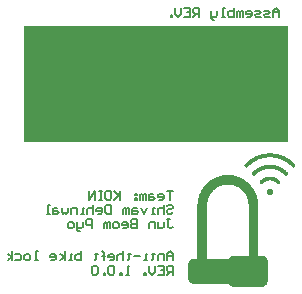
<source format=gbo>
G04*
G04 #@! TF.GenerationSoftware,Altium Limited,Altium Designer,21.1.1 (26)*
G04*
G04 Layer_Color=32896*
%FSLAX25Y25*%
%MOIN*%
G70*
G04*
G04 #@! TF.SameCoordinates,F0776300-378F-46C5-BA81-3E012C389C30*
G04*
G04*
G04 #@! TF.FilePolarity,Positive*
G04*
G01*
G75*
%ADD13C,0.00500*%
%ADD115R,0.88329X0.39000*%
G36*
X281983Y-83159D02*
X282566D01*
Y-83232D01*
X283004D01*
Y-83305D01*
X283368D01*
Y-83377D01*
X283660D01*
Y-83450D01*
X283952D01*
Y-83523D01*
X284170D01*
Y-83596D01*
X284389D01*
Y-83669D01*
X284608D01*
Y-83742D01*
X284826D01*
Y-83815D01*
X285045D01*
Y-83888D01*
X285191D01*
Y-83961D01*
X285410D01*
Y-84034D01*
X285555D01*
Y-84106D01*
X285701D01*
Y-84179D01*
X285847D01*
Y-84252D01*
X285993D01*
Y-84325D01*
X286139D01*
Y-84398D01*
X286284D01*
Y-84471D01*
X286430D01*
Y-84544D01*
X286503D01*
Y-84617D01*
X286649D01*
Y-84690D01*
X286795D01*
Y-84763D01*
X286867D01*
Y-84835D01*
X287013D01*
Y-84908D01*
X287086D01*
Y-84981D01*
X287232D01*
Y-85054D01*
X287305D01*
Y-85127D01*
X287451D01*
Y-85200D01*
X287524D01*
Y-85273D01*
X287597D01*
Y-85346D01*
X287742D01*
Y-85419D01*
X287815D01*
Y-85491D01*
X287888D01*
Y-85564D01*
X287961D01*
Y-85637D01*
X288107D01*
Y-85710D01*
X288180D01*
Y-85783D01*
X288253D01*
Y-85856D01*
X288326D01*
Y-85929D01*
X288398D01*
Y-86002D01*
X288471D01*
Y-86075D01*
X288617D01*
Y-86147D01*
X288690D01*
Y-86220D01*
X288763D01*
Y-86293D01*
X288836D01*
Y-86366D01*
X288909D01*
Y-86439D01*
X288982D01*
Y-86512D01*
X289054D01*
Y-86585D01*
X289127D01*
Y-86658D01*
X289200D01*
Y-86731D01*
Y-86804D01*
X289273D01*
Y-86876D01*
Y-86949D01*
X289346D01*
Y-87022D01*
Y-87095D01*
Y-87168D01*
Y-87241D01*
Y-87314D01*
X289273D01*
Y-87387D01*
Y-87460D01*
Y-87533D01*
X289200D01*
Y-87606D01*
X289127D01*
Y-87678D01*
X289054D01*
Y-87751D01*
X288836D01*
Y-87824D01*
X288544D01*
Y-87751D01*
X288326D01*
Y-87678D01*
X288253D01*
Y-87606D01*
X288180D01*
Y-87533D01*
X288107D01*
Y-87460D01*
X288034D01*
Y-87387D01*
X287961D01*
Y-87314D01*
X287888D01*
Y-87241D01*
X287815D01*
Y-87168D01*
X287742D01*
Y-87095D01*
X287669D01*
Y-87022D01*
X287597D01*
Y-86949D01*
X287524D01*
Y-86876D01*
X287378D01*
Y-86804D01*
X287305D01*
Y-86731D01*
X287232D01*
Y-86658D01*
X287159D01*
Y-86585D01*
X287086D01*
Y-86512D01*
X286940D01*
Y-86439D01*
X286867D01*
Y-86366D01*
X286795D01*
Y-86293D01*
X286649D01*
Y-86220D01*
X286576D01*
Y-86147D01*
X286430D01*
Y-86075D01*
X286357D01*
Y-86002D01*
X286211D01*
Y-85929D01*
X286139D01*
Y-85856D01*
X285993D01*
Y-85783D01*
X285847D01*
Y-85710D01*
X285774D01*
Y-85637D01*
X285628D01*
Y-85564D01*
X285483D01*
Y-85491D01*
X285337D01*
Y-85419D01*
X285191D01*
Y-85346D01*
X285045D01*
Y-85273D01*
X284899D01*
Y-85200D01*
X284681D01*
Y-85127D01*
X284535D01*
Y-85054D01*
X284316D01*
Y-84981D01*
X284170D01*
Y-84908D01*
X283952D01*
Y-84835D01*
X283660D01*
Y-84763D01*
X283441D01*
Y-84690D01*
X283150D01*
Y-84617D01*
X282785D01*
Y-84544D01*
X282348D01*
Y-84471D01*
X281765D01*
Y-84398D01*
X279942D01*
Y-84471D01*
X279359D01*
Y-84544D01*
X278922D01*
Y-84617D01*
X278557D01*
Y-84690D01*
X278266D01*
Y-84763D01*
X278047D01*
Y-84835D01*
X277755D01*
Y-84908D01*
X277537D01*
Y-84981D01*
X277318D01*
Y-85054D01*
X277172D01*
Y-85127D01*
X276953D01*
Y-85200D01*
X276807D01*
Y-85273D01*
X276662D01*
Y-85346D01*
X276516D01*
Y-85419D01*
X276370D01*
Y-85491D01*
X276224D01*
Y-85564D01*
X276079D01*
Y-85637D01*
X275933D01*
Y-85710D01*
X275787D01*
Y-85783D01*
X275714D01*
Y-85856D01*
X275568D01*
Y-85929D01*
X275495D01*
Y-86002D01*
X275350D01*
Y-86075D01*
X275204D01*
Y-86147D01*
X275131D01*
Y-86220D01*
X275058D01*
Y-86293D01*
X274912D01*
Y-86366D01*
X274839D01*
Y-86439D01*
X274766D01*
Y-86512D01*
X274621D01*
Y-86585D01*
X274548D01*
Y-86658D01*
X274475D01*
Y-86731D01*
X274402D01*
Y-86804D01*
X274256D01*
Y-86876D01*
X274183D01*
Y-86949D01*
X274110D01*
Y-87022D01*
X274037D01*
Y-87095D01*
X273965D01*
Y-87168D01*
X273892D01*
Y-87241D01*
X273819D01*
Y-87314D01*
X273746D01*
Y-87387D01*
X273673D01*
Y-87460D01*
X273600D01*
Y-87533D01*
X273527D01*
Y-87606D01*
X273454D01*
Y-87678D01*
X273381D01*
Y-87751D01*
X273163D01*
Y-87824D01*
X272871D01*
Y-87751D01*
X272652D01*
Y-87678D01*
X272579D01*
Y-87606D01*
X272506D01*
Y-87533D01*
X272434D01*
Y-87460D01*
Y-87387D01*
Y-87314D01*
X272361D01*
Y-87241D01*
Y-87168D01*
Y-87095D01*
Y-87022D01*
Y-86949D01*
X272434D01*
Y-86876D01*
Y-86804D01*
X272506D01*
Y-86731D01*
Y-86658D01*
X272579D01*
Y-86585D01*
X272652D01*
Y-86512D01*
X272725D01*
Y-86439D01*
X272798D01*
Y-86366D01*
X272871D01*
Y-86293D01*
X272944D01*
Y-86220D01*
X273017D01*
Y-86147D01*
X273090D01*
Y-86075D01*
X273236D01*
Y-86002D01*
X273308D01*
Y-85929D01*
X273381D01*
Y-85856D01*
X273454D01*
Y-85783D01*
X273527D01*
Y-85710D01*
X273600D01*
Y-85637D01*
X273746D01*
Y-85564D01*
X273819D01*
Y-85491D01*
X273892D01*
Y-85419D01*
X273965D01*
Y-85346D01*
X274110D01*
Y-85273D01*
X274183D01*
Y-85200D01*
X274256D01*
Y-85127D01*
X274402D01*
Y-85054D01*
X274475D01*
Y-84981D01*
X274621D01*
Y-84908D01*
X274693D01*
Y-84835D01*
X274839D01*
Y-84763D01*
X274912D01*
Y-84690D01*
X275058D01*
Y-84617D01*
X275204D01*
Y-84544D01*
X275277D01*
Y-84471D01*
X275423D01*
Y-84398D01*
X275568D01*
Y-84325D01*
X275714D01*
Y-84252D01*
X275860D01*
Y-84179D01*
X276006D01*
Y-84106D01*
X276151D01*
Y-84034D01*
X276297D01*
Y-83961D01*
X276516D01*
Y-83888D01*
X276662D01*
Y-83815D01*
X276880D01*
Y-83742D01*
X277099D01*
Y-83669D01*
X277318D01*
Y-83596D01*
X277537D01*
Y-83523D01*
X277755D01*
Y-83450D01*
X278047D01*
Y-83377D01*
X278338D01*
Y-83305D01*
X278703D01*
Y-83232D01*
X279140D01*
Y-83159D01*
X279724D01*
Y-83086D01*
X281983D01*
Y-83159D01*
D02*
G37*
G36*
X281910Y-87022D02*
X282348D01*
Y-87095D01*
X282712D01*
Y-87168D01*
X283004D01*
Y-87241D01*
X283223D01*
Y-87314D01*
X283441D01*
Y-87387D01*
X283660D01*
Y-87460D01*
X283806D01*
Y-87533D01*
X284025D01*
Y-87606D01*
X284170D01*
Y-87678D01*
X284316D01*
Y-87751D01*
X284462D01*
Y-87824D01*
X284608D01*
Y-87897D01*
X284753D01*
Y-87970D01*
X284899D01*
Y-88043D01*
X285045D01*
Y-88116D01*
X285118D01*
Y-88189D01*
X285264D01*
Y-88262D01*
X285337D01*
Y-88335D01*
X285483D01*
Y-88407D01*
X285555D01*
Y-88480D01*
X285628D01*
Y-88553D01*
X285774D01*
Y-88626D01*
X285847D01*
Y-88699D01*
X285920D01*
Y-88772D01*
X286066D01*
Y-88845D01*
X286139D01*
Y-88918D01*
X286211D01*
Y-88991D01*
X286284D01*
Y-89064D01*
X286357D01*
Y-89136D01*
X286430D01*
Y-89209D01*
X286503D01*
Y-89282D01*
X286576D01*
Y-89355D01*
X286722D01*
Y-89428D01*
X286795D01*
Y-89501D01*
Y-89574D01*
X286867D01*
Y-89647D01*
Y-89720D01*
X286940D01*
Y-89793D01*
Y-89865D01*
Y-89938D01*
Y-90011D01*
Y-90084D01*
X286867D01*
Y-90157D01*
Y-90230D01*
X286795D01*
Y-90303D01*
X286722D01*
Y-90376D01*
X286649D01*
Y-90449D01*
X286576D01*
Y-90522D01*
X286357D01*
Y-90594D01*
X286139D01*
Y-90522D01*
X285993D01*
Y-90449D01*
X285847D01*
Y-90376D01*
X285774D01*
Y-90303D01*
X285701D01*
Y-90230D01*
X285628D01*
Y-90157D01*
X285555D01*
Y-90084D01*
X285483D01*
Y-90011D01*
X285337D01*
Y-89938D01*
X285264D01*
Y-89865D01*
X285191D01*
Y-89793D01*
X285118D01*
Y-89720D01*
X285045D01*
Y-89647D01*
X284899D01*
Y-89574D01*
X284826D01*
Y-89501D01*
X284681D01*
Y-89428D01*
X284608D01*
Y-89355D01*
X284462D01*
Y-89282D01*
X284389D01*
Y-89209D01*
X284243D01*
Y-89136D01*
X284097D01*
Y-89064D01*
X283952D01*
Y-88991D01*
X283879D01*
Y-88918D01*
X283660D01*
Y-88845D01*
X283514D01*
Y-88772D01*
X283368D01*
Y-88699D01*
X283150D01*
Y-88626D01*
X282931D01*
Y-88553D01*
X282712D01*
Y-88480D01*
X282494D01*
Y-88407D01*
X282129D01*
Y-88335D01*
X281692D01*
Y-88262D01*
X280015D01*
Y-88335D01*
X279578D01*
Y-88407D01*
X279213D01*
Y-88480D01*
X278994D01*
Y-88553D01*
X278776D01*
Y-88626D01*
X278557D01*
Y-88699D01*
X278338D01*
Y-88772D01*
X278193D01*
Y-88845D01*
X278047D01*
Y-88918D01*
X277828D01*
Y-88991D01*
X277755D01*
Y-89064D01*
X277609D01*
Y-89136D01*
X277464D01*
Y-89209D01*
X277318D01*
Y-89282D01*
X277245D01*
Y-89355D01*
X277099D01*
Y-89428D01*
X277026D01*
Y-89501D01*
X276880D01*
Y-89574D01*
X276807D01*
Y-89647D01*
X276662D01*
Y-89720D01*
X276589D01*
Y-89793D01*
X276516D01*
Y-89865D01*
X276443D01*
Y-89938D01*
X276370D01*
Y-90011D01*
X276224D01*
Y-90084D01*
X276151D01*
Y-90157D01*
X276079D01*
Y-90230D01*
X276006D01*
Y-90303D01*
X275933D01*
Y-90376D01*
X275860D01*
Y-90449D01*
X275714D01*
Y-90522D01*
X275495D01*
Y-90594D01*
X275350D01*
Y-90522D01*
X275131D01*
Y-90449D01*
X275058D01*
Y-90376D01*
X274985D01*
Y-90303D01*
X274912D01*
Y-90230D01*
X274839D01*
Y-90157D01*
Y-90084D01*
X274766D01*
Y-90011D01*
Y-89938D01*
Y-89865D01*
Y-89793D01*
Y-89720D01*
X274839D01*
Y-89647D01*
Y-89574D01*
X274912D01*
Y-89501D01*
Y-89428D01*
X274985D01*
Y-89355D01*
X275131D01*
Y-89282D01*
X275204D01*
Y-89209D01*
X275277D01*
Y-89136D01*
X275350D01*
Y-89064D01*
X275423D01*
Y-88991D01*
X275495D01*
Y-88918D01*
X275568D01*
Y-88845D01*
X275641D01*
Y-88772D01*
X275714D01*
Y-88699D01*
X275860D01*
Y-88626D01*
X275933D01*
Y-88553D01*
X276079D01*
Y-88480D01*
X276151D01*
Y-88407D01*
X276224D01*
Y-88335D01*
X276370D01*
Y-88262D01*
X276443D01*
Y-88189D01*
X276589D01*
Y-88116D01*
X276735D01*
Y-88043D01*
X276807D01*
Y-87970D01*
X276953D01*
Y-87897D01*
X277099D01*
Y-87824D01*
X277245D01*
Y-87751D01*
X277391D01*
Y-87678D01*
X277537D01*
Y-87606D01*
X277682D01*
Y-87533D01*
X277901D01*
Y-87460D01*
X278047D01*
Y-87387D01*
X278266D01*
Y-87314D01*
X278484D01*
Y-87241D01*
X278703D01*
Y-87168D01*
X278994D01*
Y-87095D01*
X279359D01*
Y-87022D01*
X279796D01*
Y-86949D01*
X281910D01*
Y-87022D01*
D02*
G37*
G36*
X281473Y-90886D02*
X281838D01*
Y-90959D01*
X282056D01*
Y-91032D01*
X282275D01*
Y-91105D01*
X282494D01*
Y-91177D01*
X282639D01*
Y-91250D01*
X282785D01*
Y-91323D01*
X282931D01*
Y-91396D01*
X283077D01*
Y-91469D01*
X283223D01*
Y-91542D01*
X283295D01*
Y-91615D01*
X283441D01*
Y-91688D01*
X283514D01*
Y-91761D01*
X283660D01*
Y-91834D01*
X283733D01*
Y-91906D01*
X283806D01*
Y-91979D01*
X283879D01*
Y-92052D01*
X283952D01*
Y-92125D01*
X284025D01*
Y-92198D01*
X284097D01*
Y-92271D01*
X284170D01*
Y-92344D01*
X284243D01*
Y-92417D01*
Y-92490D01*
Y-92563D01*
Y-92636D01*
Y-92708D01*
Y-92781D01*
Y-92854D01*
Y-92927D01*
X284170D01*
Y-93000D01*
Y-93073D01*
X284097D01*
Y-93146D01*
X284025D01*
Y-93219D01*
X283879D01*
Y-93292D01*
X283368D01*
Y-93219D01*
X283223D01*
Y-93146D01*
X283150D01*
Y-93073D01*
X283077D01*
Y-93000D01*
X282931D01*
Y-92927D01*
X282858D01*
Y-92854D01*
X282785D01*
Y-92781D01*
X282712D01*
Y-92708D01*
X282566D01*
Y-92636D01*
X282421D01*
Y-92563D01*
X282348D01*
Y-92490D01*
X282202D01*
Y-92417D01*
X281983D01*
Y-92344D01*
X281838D01*
Y-92271D01*
X281619D01*
Y-92198D01*
X281254D01*
Y-92125D01*
X280380D01*
Y-92198D01*
X280015D01*
Y-92271D01*
X279796D01*
Y-92344D01*
X279651D01*
Y-92417D01*
X279432D01*
Y-92490D01*
X279286D01*
Y-92563D01*
X279213D01*
Y-92636D01*
X279067D01*
Y-92708D01*
X278994D01*
Y-92781D01*
X278849D01*
Y-92854D01*
X278776D01*
Y-92927D01*
X278703D01*
Y-93000D01*
X278630D01*
Y-93073D01*
X278557D01*
Y-93146D01*
X278411D01*
Y-93219D01*
X278266D01*
Y-93292D01*
X277755D01*
Y-93219D01*
X277609D01*
Y-93146D01*
X277537D01*
Y-93073D01*
X277464D01*
Y-93000D01*
Y-92927D01*
X277391D01*
Y-92854D01*
Y-92781D01*
Y-92708D01*
Y-92636D01*
Y-92563D01*
Y-92490D01*
Y-92417D01*
X277464D01*
Y-92344D01*
Y-92271D01*
X277537D01*
Y-92198D01*
X277609D01*
Y-92125D01*
X277682D01*
Y-92052D01*
X277755D01*
Y-91979D01*
X277828D01*
Y-91906D01*
X277901D01*
Y-91834D01*
X278047D01*
Y-91761D01*
X278120D01*
Y-91688D01*
X278193D01*
Y-91615D01*
X278338D01*
Y-91542D01*
X278411D01*
Y-91469D01*
X278557D01*
Y-91396D01*
X278703D01*
Y-91323D01*
X278849D01*
Y-91250D01*
X278994D01*
Y-91177D01*
X279140D01*
Y-91105D01*
X279359D01*
Y-91032D01*
X279578D01*
Y-90959D01*
X279796D01*
Y-90886D01*
X280161D01*
Y-90813D01*
X281473D01*
Y-90886D01*
D02*
G37*
G36*
X280963Y-94895D02*
X281254D01*
Y-94968D01*
X281400D01*
Y-95041D01*
X281473D01*
Y-95114D01*
X281546D01*
Y-95187D01*
X281619D01*
Y-95260D01*
X281692D01*
Y-95333D01*
X281765D01*
Y-95406D01*
Y-95478D01*
X281838D01*
Y-95551D01*
Y-95624D01*
X281910D01*
Y-95697D01*
Y-95770D01*
Y-95843D01*
Y-95916D01*
Y-95989D01*
Y-96062D01*
Y-96135D01*
Y-96207D01*
X281838D01*
Y-96280D01*
Y-96353D01*
Y-96426D01*
X281765D01*
Y-96499D01*
Y-96572D01*
X281692D01*
Y-96645D01*
X281619D01*
Y-96718D01*
X281546D01*
Y-96791D01*
X281473D01*
Y-96864D01*
X281327D01*
Y-96937D01*
X281181D01*
Y-97009D01*
X280452D01*
Y-96937D01*
X280307D01*
Y-96864D01*
X280161D01*
Y-96791D01*
X280088D01*
Y-96718D01*
X280015D01*
Y-96645D01*
X279942D01*
Y-96572D01*
X279869D01*
Y-96499D01*
Y-96426D01*
X279796D01*
Y-96353D01*
Y-96280D01*
Y-96207D01*
X279724D01*
Y-96135D01*
Y-96062D01*
Y-95989D01*
Y-95916D01*
Y-95843D01*
Y-95770D01*
Y-95697D01*
X279796D01*
Y-95624D01*
Y-95551D01*
Y-95478D01*
X279869D01*
Y-95406D01*
Y-95333D01*
X279942D01*
Y-95260D01*
X280015D01*
Y-95187D01*
X280088D01*
Y-95114D01*
X280161D01*
Y-95041D01*
X280234D01*
Y-94968D01*
X280380D01*
Y-94895D01*
X280671D01*
Y-94823D01*
X280963D01*
Y-94895D01*
D02*
G37*
G36*
X267549Y-90376D02*
X268205D01*
Y-90449D01*
X268716D01*
Y-90522D01*
X269080D01*
Y-90594D01*
X269299D01*
Y-90667D01*
X269591D01*
Y-90740D01*
X269882D01*
Y-90813D01*
X270101D01*
Y-90886D01*
X270247D01*
Y-90959D01*
X270465D01*
Y-91032D01*
X270684D01*
Y-91105D01*
X270830D01*
Y-91177D01*
X270976D01*
Y-91250D01*
X271122D01*
Y-91323D01*
X271267D01*
Y-91396D01*
X271413D01*
Y-91469D01*
X271632D01*
Y-91542D01*
X271705D01*
Y-91615D01*
X271850D01*
Y-91688D01*
X271996D01*
Y-91761D01*
X272069D01*
Y-91834D01*
X272215D01*
Y-91906D01*
X272361D01*
Y-91979D01*
X272434D01*
Y-92052D01*
X272579D01*
Y-92125D01*
X272652D01*
Y-92198D01*
X272725D01*
Y-92271D01*
X272871D01*
Y-92344D01*
X272944D01*
Y-92417D01*
X273017D01*
Y-92490D01*
X273163D01*
Y-92563D01*
X273236D01*
Y-92636D01*
X273308D01*
Y-92708D01*
X273381D01*
Y-92781D01*
X273454D01*
Y-92854D01*
X273527D01*
Y-92927D01*
X273600D01*
Y-93000D01*
X273746D01*
Y-93073D01*
X273819D01*
Y-93146D01*
X273892D01*
Y-93219D01*
X273965D01*
Y-93292D01*
X274037D01*
Y-93365D01*
X274110D01*
Y-93437D01*
X274183D01*
Y-93510D01*
X274256D01*
Y-93583D01*
Y-93656D01*
X274329D01*
Y-93729D01*
X274402D01*
Y-93802D01*
X274475D01*
Y-93875D01*
X274548D01*
Y-93948D01*
X274621D01*
Y-94021D01*
X274693D01*
Y-94094D01*
Y-94166D01*
X274766D01*
Y-94239D01*
X274839D01*
Y-94312D01*
X274912D01*
Y-94385D01*
Y-94458D01*
X274985D01*
Y-94531D01*
X275058D01*
Y-94604D01*
X275131D01*
Y-94677D01*
Y-94750D01*
X275204D01*
Y-94823D01*
X275277D01*
Y-94895D01*
Y-94968D01*
X275350D01*
Y-95041D01*
X275423D01*
Y-95114D01*
Y-95187D01*
X275495D01*
Y-95260D01*
Y-95333D01*
X275568D01*
Y-95406D01*
X275641D01*
Y-95478D01*
Y-95551D01*
X275714D01*
Y-95624D01*
Y-95697D01*
X275787D01*
Y-95770D01*
Y-95843D01*
X275860D01*
Y-95916D01*
Y-95989D01*
X275933D01*
Y-96062D01*
Y-96135D01*
X276006D01*
Y-96207D01*
Y-96280D01*
X276079D01*
Y-96353D01*
Y-96426D01*
X276151D01*
Y-96499D01*
Y-96572D01*
Y-96645D01*
X276224D01*
Y-96718D01*
Y-96791D01*
X276297D01*
Y-96864D01*
Y-96937D01*
Y-97009D01*
X276370D01*
Y-97082D01*
Y-97155D01*
Y-97228D01*
X276443D01*
Y-97301D01*
Y-97374D01*
Y-97447D01*
X276516D01*
Y-97520D01*
Y-97593D01*
Y-97666D01*
X276589D01*
Y-97738D01*
Y-97811D01*
Y-97884D01*
Y-97957D01*
X276662D01*
Y-98030D01*
Y-98103D01*
Y-98176D01*
Y-98249D01*
X276735D01*
Y-98322D01*
Y-98395D01*
Y-98467D01*
Y-98540D01*
Y-98613D01*
Y-98686D01*
X276807D01*
Y-98759D01*
Y-98832D01*
Y-98905D01*
Y-98978D01*
Y-99051D01*
Y-99124D01*
X276880D01*
Y-99196D01*
Y-99269D01*
Y-99342D01*
Y-99415D01*
Y-99488D01*
Y-99561D01*
Y-99634D01*
Y-99707D01*
Y-99780D01*
Y-99853D01*
Y-99925D01*
Y-99998D01*
Y-100071D01*
X276953D01*
Y-100144D01*
Y-100217D01*
Y-100290D01*
Y-100363D01*
Y-100436D01*
Y-100509D01*
Y-100581D01*
Y-100654D01*
Y-100727D01*
Y-100800D01*
Y-100873D01*
Y-100946D01*
Y-101019D01*
Y-101092D01*
Y-101165D01*
Y-101237D01*
Y-101310D01*
Y-101383D01*
Y-101456D01*
Y-101529D01*
Y-101602D01*
Y-101675D01*
Y-101748D01*
Y-101821D01*
Y-101894D01*
Y-101967D01*
Y-102039D01*
Y-102112D01*
Y-102185D01*
Y-102258D01*
Y-102331D01*
Y-102404D01*
Y-102477D01*
Y-102550D01*
Y-102623D01*
Y-102696D01*
Y-102768D01*
Y-102841D01*
Y-102914D01*
Y-102987D01*
Y-103060D01*
Y-103133D01*
Y-103206D01*
Y-103279D01*
Y-103352D01*
Y-103425D01*
Y-103497D01*
Y-103570D01*
Y-103643D01*
Y-103716D01*
Y-103789D01*
Y-103862D01*
Y-103935D01*
Y-104008D01*
Y-104081D01*
Y-104154D01*
Y-104226D01*
Y-104299D01*
Y-104372D01*
Y-104445D01*
Y-104518D01*
Y-104591D01*
Y-104664D01*
Y-104737D01*
Y-104810D01*
Y-104883D01*
Y-104955D01*
Y-105028D01*
Y-105101D01*
Y-105174D01*
Y-105247D01*
Y-105320D01*
Y-105393D01*
Y-105466D01*
Y-105539D01*
Y-105611D01*
Y-105684D01*
Y-105757D01*
Y-105830D01*
Y-105903D01*
Y-105976D01*
Y-106049D01*
Y-106122D01*
Y-106195D01*
Y-106267D01*
Y-106340D01*
Y-106413D01*
Y-106486D01*
Y-106559D01*
Y-106632D01*
Y-106705D01*
Y-106778D01*
Y-106851D01*
Y-106924D01*
Y-106997D01*
Y-107069D01*
Y-107142D01*
Y-107215D01*
Y-107288D01*
Y-107361D01*
Y-107434D01*
Y-107507D01*
Y-107580D01*
Y-107653D01*
Y-107726D01*
Y-107798D01*
Y-107871D01*
Y-107944D01*
Y-108017D01*
Y-108090D01*
Y-108163D01*
Y-108236D01*
Y-108309D01*
Y-108382D01*
Y-108455D01*
Y-108527D01*
Y-108600D01*
Y-108673D01*
Y-108746D01*
Y-108819D01*
Y-108892D01*
Y-108965D01*
Y-109038D01*
Y-109111D01*
Y-109184D01*
Y-109256D01*
Y-109329D01*
Y-109402D01*
Y-109475D01*
Y-109548D01*
Y-109621D01*
Y-109694D01*
Y-109767D01*
Y-109840D01*
Y-109913D01*
Y-109985D01*
Y-110058D01*
Y-110131D01*
Y-110204D01*
Y-110277D01*
Y-110350D01*
Y-110423D01*
Y-110496D01*
Y-110569D01*
Y-110642D01*
Y-110714D01*
Y-110787D01*
Y-110860D01*
Y-110933D01*
Y-111006D01*
Y-111079D01*
Y-111152D01*
Y-111225D01*
Y-111298D01*
Y-111370D01*
Y-111443D01*
Y-111516D01*
Y-111589D01*
Y-111662D01*
Y-111735D01*
Y-111808D01*
Y-111881D01*
Y-111954D01*
Y-112027D01*
Y-112099D01*
Y-112172D01*
Y-112245D01*
Y-112318D01*
Y-112391D01*
Y-112464D01*
Y-112537D01*
Y-112610D01*
Y-112683D01*
Y-112756D01*
Y-112828D01*
Y-112901D01*
Y-112974D01*
Y-113047D01*
Y-113120D01*
Y-113193D01*
Y-113266D01*
Y-113339D01*
Y-113412D01*
Y-113485D01*
Y-113557D01*
Y-113630D01*
Y-113703D01*
Y-113776D01*
Y-113849D01*
Y-113922D01*
Y-113995D01*
Y-114068D01*
Y-114141D01*
Y-114214D01*
Y-114286D01*
Y-114359D01*
Y-114432D01*
Y-114505D01*
Y-114578D01*
Y-114651D01*
Y-114724D01*
Y-114797D01*
Y-114870D01*
Y-114943D01*
Y-115015D01*
Y-115088D01*
Y-115161D01*
Y-115234D01*
Y-115307D01*
Y-115380D01*
Y-115453D01*
Y-115526D01*
Y-115599D01*
Y-115672D01*
Y-115744D01*
Y-115817D01*
Y-115890D01*
Y-115963D01*
Y-116036D01*
Y-116109D01*
Y-116182D01*
Y-116255D01*
Y-116328D01*
Y-116400D01*
Y-116473D01*
Y-116546D01*
Y-116619D01*
Y-116692D01*
Y-116765D01*
Y-116838D01*
Y-116911D01*
Y-116984D01*
Y-117057D01*
Y-117129D01*
Y-117202D01*
X278484D01*
Y-117275D01*
X278776D01*
Y-117348D01*
X278922D01*
Y-117421D01*
X279067D01*
Y-117494D01*
X279213D01*
Y-117567D01*
X279286D01*
Y-117640D01*
X279359D01*
Y-117713D01*
X279432D01*
Y-117786D01*
X279578D01*
Y-117858D01*
Y-117931D01*
X279651D01*
Y-118004D01*
X279724D01*
Y-118077D01*
X279796D01*
Y-118150D01*
Y-118223D01*
X279869D01*
Y-118296D01*
X279942D01*
Y-118369D01*
Y-118442D01*
X280015D01*
Y-118515D01*
Y-118587D01*
Y-118660D01*
X280088D01*
Y-118733D01*
Y-118806D01*
Y-118879D01*
Y-118952D01*
Y-119025D01*
X280161D01*
Y-119098D01*
Y-119171D01*
Y-119244D01*
Y-119316D01*
Y-119389D01*
Y-119462D01*
Y-119535D01*
Y-119608D01*
Y-119681D01*
Y-119754D01*
Y-119827D01*
Y-119900D01*
Y-119973D01*
Y-120045D01*
Y-120118D01*
Y-120191D01*
Y-120264D01*
Y-120337D01*
Y-120410D01*
Y-120483D01*
Y-120556D01*
Y-120628D01*
Y-120701D01*
Y-120774D01*
Y-120847D01*
Y-120920D01*
Y-120993D01*
Y-121066D01*
Y-121139D01*
Y-121212D01*
Y-121285D01*
Y-121358D01*
Y-121430D01*
Y-121503D01*
Y-121576D01*
Y-121649D01*
Y-121722D01*
Y-121795D01*
Y-121868D01*
Y-121941D01*
Y-122014D01*
Y-122087D01*
Y-122159D01*
Y-122232D01*
Y-122305D01*
Y-122378D01*
Y-122451D01*
Y-122524D01*
Y-122597D01*
Y-122670D01*
Y-122743D01*
Y-122816D01*
Y-122888D01*
Y-122961D01*
Y-123034D01*
Y-123107D01*
Y-123180D01*
Y-123253D01*
Y-123326D01*
Y-123399D01*
Y-123472D01*
Y-123545D01*
Y-123617D01*
Y-123690D01*
Y-123763D01*
Y-123836D01*
Y-123909D01*
Y-123982D01*
Y-124055D01*
Y-124128D01*
Y-124201D01*
Y-124274D01*
Y-124346D01*
Y-124419D01*
Y-124492D01*
Y-124565D01*
Y-124638D01*
Y-124711D01*
Y-124784D01*
Y-124857D01*
Y-124930D01*
Y-125003D01*
Y-125075D01*
Y-125148D01*
Y-125221D01*
Y-125294D01*
Y-125367D01*
Y-125440D01*
Y-125513D01*
Y-125586D01*
Y-125659D01*
Y-125731D01*
Y-125804D01*
X280088D01*
Y-125877D01*
Y-125950D01*
Y-126023D01*
Y-126096D01*
X280015D01*
Y-126169D01*
Y-126242D01*
Y-126315D01*
X279942D01*
Y-126388D01*
Y-126460D01*
X279869D01*
Y-126533D01*
Y-126606D01*
X279796D01*
Y-126679D01*
Y-126752D01*
X279724D01*
Y-126825D01*
X279651D01*
Y-126898D01*
X279578D01*
Y-126971D01*
X279505D01*
Y-127044D01*
X279432D01*
Y-127117D01*
X279359D01*
Y-127189D01*
X279286D01*
Y-127262D01*
X279140D01*
Y-127335D01*
X278994D01*
Y-127408D01*
X278849D01*
Y-127481D01*
X278630D01*
Y-127554D01*
X278411D01*
Y-127627D01*
X268643D01*
Y-127554D01*
X268278D01*
Y-127481D01*
X268133D01*
Y-127408D01*
X267987D01*
Y-127335D01*
X267841D01*
Y-127262D01*
X267768D01*
Y-127189D01*
X267622D01*
Y-127117D01*
X267549D01*
Y-127044D01*
X267477D01*
Y-126971D01*
X267404D01*
Y-126898D01*
X267331D01*
Y-126825D01*
X267258D01*
Y-126752D01*
X267185D01*
Y-126679D01*
X255375D01*
Y-126606D01*
X255011D01*
Y-126533D01*
X254792D01*
Y-126460D01*
X254646D01*
Y-126388D01*
X254501D01*
Y-126315D01*
X254428D01*
Y-126242D01*
X254282D01*
Y-126169D01*
X254209D01*
Y-126096D01*
X254136D01*
Y-126023D01*
X254063D01*
Y-125950D01*
X253990D01*
Y-125877D01*
X253917D01*
Y-125804D01*
Y-125731D01*
X253844D01*
Y-125659D01*
X253772D01*
Y-125586D01*
Y-125513D01*
X253699D01*
Y-125440D01*
Y-125367D01*
X253626D01*
Y-125294D01*
Y-125221D01*
Y-125148D01*
X253553D01*
Y-125075D01*
Y-125003D01*
Y-124930D01*
Y-124857D01*
X253480D01*
Y-124784D01*
Y-124711D01*
Y-124638D01*
Y-124565D01*
Y-124492D01*
Y-124419D01*
Y-124346D01*
Y-124274D01*
Y-124201D01*
Y-124128D01*
Y-124055D01*
Y-123982D01*
Y-123909D01*
Y-123836D01*
Y-123763D01*
Y-123690D01*
Y-123617D01*
Y-123545D01*
Y-123472D01*
Y-123399D01*
Y-123326D01*
Y-123253D01*
Y-123180D01*
Y-123107D01*
Y-123034D01*
Y-122961D01*
Y-122888D01*
Y-122816D01*
Y-122743D01*
Y-122670D01*
Y-122597D01*
Y-122524D01*
Y-122451D01*
Y-122378D01*
Y-122305D01*
Y-122232D01*
Y-122159D01*
Y-122087D01*
Y-122014D01*
Y-121941D01*
Y-121868D01*
Y-121795D01*
Y-121722D01*
Y-121649D01*
Y-121576D01*
Y-121503D01*
Y-121430D01*
Y-121358D01*
Y-121285D01*
Y-121212D01*
Y-121139D01*
Y-121066D01*
Y-120993D01*
Y-120920D01*
Y-120847D01*
Y-120774D01*
Y-120701D01*
Y-120628D01*
Y-120556D01*
Y-120483D01*
Y-120410D01*
Y-120337D01*
Y-120264D01*
Y-120191D01*
Y-120118D01*
Y-120045D01*
Y-119973D01*
X253553D01*
Y-119900D01*
Y-119827D01*
Y-119754D01*
Y-119681D01*
X253626D01*
Y-119608D01*
Y-119535D01*
Y-119462D01*
X253699D01*
Y-119389D01*
Y-119316D01*
X253772D01*
Y-119244D01*
Y-119171D01*
X253844D01*
Y-119098D01*
Y-119025D01*
X253917D01*
Y-118952D01*
X253990D01*
Y-118879D01*
X254063D01*
Y-118806D01*
X254136D01*
Y-118733D01*
X254209D01*
Y-118660D01*
X254282D01*
Y-118587D01*
X254355D01*
Y-118515D01*
X254501D01*
Y-118442D01*
X254573D01*
Y-118369D01*
X254719D01*
Y-118296D01*
X254938D01*
Y-118223D01*
X255157D01*
Y-118150D01*
X256687D01*
Y-118077D01*
Y-118004D01*
Y-117931D01*
Y-117858D01*
Y-117786D01*
Y-117713D01*
Y-117640D01*
Y-117567D01*
Y-117494D01*
Y-117421D01*
Y-117348D01*
Y-117275D01*
Y-117202D01*
Y-117129D01*
Y-117057D01*
Y-116984D01*
Y-116911D01*
Y-116838D01*
Y-116765D01*
Y-116692D01*
Y-116619D01*
Y-116546D01*
Y-116473D01*
Y-116400D01*
Y-116328D01*
Y-116255D01*
Y-116182D01*
Y-116109D01*
Y-116036D01*
Y-115963D01*
Y-115890D01*
Y-115817D01*
Y-115744D01*
Y-115672D01*
Y-115599D01*
Y-115526D01*
Y-115453D01*
Y-115380D01*
Y-115307D01*
Y-115234D01*
Y-115161D01*
Y-115088D01*
Y-115015D01*
Y-114943D01*
Y-114870D01*
Y-114797D01*
Y-114724D01*
Y-114651D01*
Y-114578D01*
Y-114505D01*
Y-114432D01*
Y-114359D01*
Y-114286D01*
Y-114214D01*
Y-114141D01*
Y-114068D01*
Y-113995D01*
Y-113922D01*
Y-113849D01*
Y-113776D01*
Y-113703D01*
Y-113630D01*
Y-113557D01*
Y-113485D01*
Y-113412D01*
Y-113339D01*
Y-113266D01*
Y-113193D01*
Y-113120D01*
Y-113047D01*
Y-112974D01*
Y-112901D01*
Y-112828D01*
Y-112756D01*
Y-112683D01*
Y-112610D01*
Y-112537D01*
Y-112464D01*
Y-112391D01*
Y-112318D01*
Y-112245D01*
Y-112172D01*
Y-112099D01*
Y-112027D01*
Y-111954D01*
Y-111881D01*
Y-111808D01*
Y-111735D01*
Y-111662D01*
Y-111589D01*
Y-111516D01*
Y-111443D01*
Y-111370D01*
Y-111298D01*
Y-111225D01*
Y-111152D01*
Y-111079D01*
Y-111006D01*
Y-110933D01*
Y-110860D01*
Y-110787D01*
Y-110714D01*
Y-110642D01*
Y-110569D01*
Y-110496D01*
Y-110423D01*
Y-110350D01*
Y-110277D01*
Y-110204D01*
Y-110131D01*
Y-110058D01*
Y-109985D01*
Y-109913D01*
Y-109840D01*
Y-109767D01*
Y-109694D01*
Y-109621D01*
Y-109548D01*
Y-109475D01*
Y-109402D01*
Y-109329D01*
Y-109256D01*
Y-109184D01*
Y-109111D01*
Y-109038D01*
Y-108965D01*
Y-108892D01*
Y-108819D01*
Y-108746D01*
Y-108673D01*
Y-108600D01*
Y-108527D01*
Y-108455D01*
Y-108382D01*
Y-108309D01*
Y-108236D01*
Y-108163D01*
Y-108090D01*
Y-108017D01*
Y-107944D01*
Y-107871D01*
Y-107798D01*
Y-107726D01*
Y-107653D01*
Y-107580D01*
Y-107507D01*
Y-107434D01*
Y-107361D01*
Y-107288D01*
Y-107215D01*
Y-107142D01*
Y-107069D01*
Y-106997D01*
Y-106924D01*
Y-106851D01*
Y-106778D01*
Y-106705D01*
Y-106632D01*
Y-106559D01*
Y-106486D01*
Y-106413D01*
Y-106340D01*
Y-106267D01*
Y-106195D01*
Y-106122D01*
Y-106049D01*
Y-105976D01*
Y-105903D01*
Y-105830D01*
Y-105757D01*
Y-105684D01*
Y-105611D01*
Y-105539D01*
Y-105466D01*
Y-105393D01*
Y-105320D01*
Y-105247D01*
Y-105174D01*
Y-105101D01*
Y-105028D01*
Y-104955D01*
Y-104883D01*
Y-104810D01*
Y-104737D01*
Y-104664D01*
Y-104591D01*
Y-104518D01*
Y-104445D01*
Y-104372D01*
Y-104299D01*
Y-104226D01*
Y-104154D01*
Y-104081D01*
Y-104008D01*
Y-103935D01*
Y-103862D01*
Y-103789D01*
Y-103716D01*
Y-103643D01*
Y-103570D01*
Y-103497D01*
Y-103425D01*
Y-103352D01*
Y-103279D01*
Y-103206D01*
Y-103133D01*
Y-103060D01*
Y-102987D01*
Y-102914D01*
Y-102841D01*
Y-102768D01*
Y-102696D01*
Y-102623D01*
Y-102550D01*
Y-102477D01*
Y-102404D01*
Y-102331D01*
Y-102258D01*
Y-102185D01*
Y-102112D01*
Y-102039D01*
Y-101967D01*
Y-101894D01*
Y-101821D01*
Y-101748D01*
Y-101675D01*
Y-101602D01*
Y-101529D01*
Y-101456D01*
Y-101383D01*
Y-101310D01*
Y-101237D01*
Y-101165D01*
Y-101092D01*
Y-101019D01*
Y-100946D01*
Y-100873D01*
Y-100800D01*
Y-100727D01*
Y-100654D01*
Y-100581D01*
Y-100509D01*
Y-100436D01*
Y-100363D01*
Y-100290D01*
Y-100217D01*
Y-100144D01*
Y-100071D01*
Y-99998D01*
X256760D01*
Y-99925D01*
Y-99853D01*
Y-99780D01*
Y-99707D01*
Y-99634D01*
Y-99561D01*
Y-99488D01*
Y-99415D01*
Y-99342D01*
Y-99269D01*
Y-99196D01*
Y-99124D01*
X256833D01*
Y-99051D01*
Y-98978D01*
Y-98905D01*
Y-98832D01*
Y-98759D01*
Y-98686D01*
Y-98613D01*
X256906D01*
Y-98540D01*
Y-98467D01*
Y-98395D01*
Y-98322D01*
Y-98249D01*
X256979D01*
Y-98176D01*
Y-98103D01*
Y-98030D01*
Y-97957D01*
X257052D01*
Y-97884D01*
Y-97811D01*
Y-97738D01*
Y-97666D01*
X257125D01*
Y-97593D01*
Y-97520D01*
Y-97447D01*
X257198D01*
Y-97374D01*
Y-97301D01*
Y-97228D01*
X257271D01*
Y-97155D01*
Y-97082D01*
Y-97009D01*
X257344D01*
Y-96937D01*
Y-96864D01*
Y-96791D01*
X257417D01*
Y-96718D01*
Y-96645D01*
X257489D01*
Y-96572D01*
Y-96499D01*
Y-96426D01*
X257562D01*
Y-96353D01*
Y-96280D01*
X257635D01*
Y-96207D01*
Y-96135D01*
X257708D01*
Y-96062D01*
Y-95989D01*
X257781D01*
Y-95916D01*
Y-95843D01*
X257854D01*
Y-95770D01*
Y-95697D01*
X257927D01*
Y-95624D01*
Y-95551D01*
X258000D01*
Y-95478D01*
Y-95406D01*
X258073D01*
Y-95333D01*
X258145D01*
Y-95260D01*
Y-95187D01*
X258218D01*
Y-95114D01*
Y-95041D01*
X258291D01*
Y-94968D01*
X258364D01*
Y-94895D01*
Y-94823D01*
X258437D01*
Y-94750D01*
X258510D01*
Y-94677D01*
Y-94604D01*
X258583D01*
Y-94531D01*
X258656D01*
Y-94458D01*
X258729D01*
Y-94385D01*
Y-94312D01*
X258802D01*
Y-94239D01*
X258875D01*
Y-94166D01*
Y-94094D01*
X258947D01*
Y-94021D01*
X259020D01*
Y-93948D01*
X259093D01*
Y-93875D01*
X259166D01*
Y-93802D01*
X259239D01*
Y-93729D01*
X259312D01*
Y-93656D01*
X259385D01*
Y-93583D01*
Y-93510D01*
X259458D01*
Y-93437D01*
X259531D01*
Y-93365D01*
X259604D01*
Y-93292D01*
X259676D01*
Y-93219D01*
X259749D01*
Y-93146D01*
X259822D01*
Y-93073D01*
X259895D01*
Y-93000D01*
X260041D01*
Y-92927D01*
X260114D01*
Y-92854D01*
X260187D01*
Y-92781D01*
X260260D01*
Y-92708D01*
X260332D01*
Y-92636D01*
X260405D01*
Y-92563D01*
X260478D01*
Y-92490D01*
X260624D01*
Y-92417D01*
X260697D01*
Y-92344D01*
X260770D01*
Y-92271D01*
X260916D01*
Y-92198D01*
X260988D01*
Y-92125D01*
X261062D01*
Y-92052D01*
X261207D01*
Y-91979D01*
X261280D01*
Y-91906D01*
X261426D01*
Y-91834D01*
X261572D01*
Y-91761D01*
X261645D01*
Y-91688D01*
X261790D01*
Y-91615D01*
X261936D01*
Y-91542D01*
X262009D01*
Y-91469D01*
X262228D01*
Y-91396D01*
X262374D01*
Y-91323D01*
X262519D01*
Y-91250D01*
X262665D01*
Y-91177D01*
X262811D01*
Y-91105D01*
X262957D01*
Y-91032D01*
X263176D01*
Y-90959D01*
X263394D01*
Y-90886D01*
X263540D01*
Y-90813D01*
X263759D01*
Y-90740D01*
X264050D01*
Y-90667D01*
X264342D01*
Y-90594D01*
X264561D01*
Y-90522D01*
X264925D01*
Y-90449D01*
X265435D01*
Y-90376D01*
X266091D01*
Y-90303D01*
X267549D01*
Y-90376D01*
D02*
G37*
%LPC*%
G36*
X267622Y-93510D02*
X266019D01*
Y-93583D01*
X265581D01*
Y-93656D01*
X265217D01*
Y-93729D01*
X264925D01*
Y-93802D01*
X264706D01*
Y-93875D01*
X264488D01*
Y-93948D01*
X264269D01*
Y-94021D01*
X264123D01*
Y-94094D01*
X263977D01*
Y-94166D01*
X263832D01*
Y-94239D01*
X263686D01*
Y-94312D01*
X263540D01*
Y-94385D01*
X263394D01*
Y-94458D01*
X263248D01*
Y-94531D01*
X263176D01*
Y-94604D01*
X263030D01*
Y-94677D01*
X262884D01*
Y-94750D01*
X262811D01*
Y-94823D01*
X262738D01*
Y-94895D01*
X262592D01*
Y-94968D01*
X262519D01*
Y-95041D01*
X262446D01*
Y-95114D01*
X262374D01*
Y-95187D01*
X262301D01*
Y-95260D01*
X262155D01*
Y-95333D01*
X262082D01*
Y-95406D01*
X262009D01*
Y-95478D01*
X261936D01*
Y-95551D01*
X261863D01*
Y-95624D01*
X261790D01*
Y-95697D01*
X261718D01*
Y-95770D01*
Y-95843D01*
X261645D01*
Y-95916D01*
X261572D01*
Y-95989D01*
X261499D01*
Y-96062D01*
X261426D01*
Y-96135D01*
X261353D01*
Y-96207D01*
Y-96280D01*
X261280D01*
Y-96353D01*
X261207D01*
Y-96426D01*
X261134D01*
Y-96499D01*
Y-96572D01*
X261062D01*
Y-96645D01*
X260988D01*
Y-96718D01*
Y-96791D01*
X260916D01*
Y-96864D01*
X260843D01*
Y-96937D01*
Y-97009D01*
X260770D01*
Y-97082D01*
Y-97155D01*
X260697D01*
Y-97228D01*
Y-97301D01*
X260624D01*
Y-97374D01*
Y-97447D01*
X260551D01*
Y-97520D01*
Y-97593D01*
X260478D01*
Y-97666D01*
Y-97738D01*
X260405D01*
Y-97811D01*
Y-97884D01*
Y-97957D01*
X260332D01*
Y-98030D01*
Y-98103D01*
Y-98176D01*
X260260D01*
Y-98249D01*
Y-98322D01*
X260187D01*
Y-98395D01*
Y-98467D01*
Y-98540D01*
Y-98613D01*
X260114D01*
Y-98686D01*
Y-98759D01*
Y-98832D01*
Y-98905D01*
X260041D01*
Y-98978D01*
Y-99051D01*
Y-99124D01*
Y-99196D01*
Y-99269D01*
X259968D01*
Y-99342D01*
Y-99415D01*
Y-99488D01*
Y-99561D01*
Y-99634D01*
Y-99707D01*
Y-99780D01*
Y-99853D01*
X259895D01*
Y-99925D01*
Y-99998D01*
Y-100071D01*
Y-100144D01*
Y-100217D01*
Y-100290D01*
Y-100363D01*
Y-100436D01*
Y-100509D01*
Y-100581D01*
Y-100654D01*
Y-100727D01*
Y-100800D01*
Y-100873D01*
Y-100946D01*
Y-101019D01*
Y-101092D01*
Y-101165D01*
Y-101237D01*
Y-101310D01*
Y-101383D01*
Y-101456D01*
Y-101529D01*
Y-101602D01*
Y-101675D01*
Y-101748D01*
Y-101821D01*
Y-101894D01*
Y-101967D01*
Y-102039D01*
Y-102112D01*
Y-102185D01*
Y-102258D01*
Y-102331D01*
Y-102404D01*
Y-102477D01*
Y-102550D01*
Y-102623D01*
Y-102696D01*
Y-102768D01*
Y-102841D01*
Y-102914D01*
Y-102987D01*
Y-103060D01*
Y-103133D01*
Y-103206D01*
Y-103279D01*
Y-103352D01*
Y-103425D01*
Y-103497D01*
Y-103570D01*
Y-103643D01*
Y-103716D01*
Y-103789D01*
Y-103862D01*
Y-103935D01*
Y-104008D01*
Y-104081D01*
Y-104154D01*
Y-104226D01*
Y-104299D01*
Y-104372D01*
Y-104445D01*
Y-104518D01*
Y-104591D01*
Y-104664D01*
Y-104737D01*
Y-104810D01*
Y-104883D01*
Y-104955D01*
Y-105028D01*
Y-105101D01*
Y-105174D01*
Y-105247D01*
Y-105320D01*
Y-105393D01*
Y-105466D01*
Y-105539D01*
Y-105611D01*
Y-105684D01*
Y-105757D01*
Y-105830D01*
Y-105903D01*
Y-105976D01*
Y-106049D01*
Y-106122D01*
Y-106195D01*
Y-106267D01*
Y-106340D01*
Y-106413D01*
Y-106486D01*
Y-106559D01*
Y-106632D01*
Y-106705D01*
Y-106778D01*
Y-106851D01*
Y-106924D01*
Y-106997D01*
Y-107069D01*
Y-107142D01*
Y-107215D01*
Y-107288D01*
Y-107361D01*
Y-107434D01*
Y-107507D01*
Y-107580D01*
Y-107653D01*
Y-107726D01*
Y-107798D01*
Y-107871D01*
Y-107944D01*
Y-108017D01*
Y-108090D01*
Y-108163D01*
Y-108236D01*
Y-108309D01*
Y-108382D01*
Y-108455D01*
Y-108527D01*
Y-108600D01*
Y-108673D01*
Y-108746D01*
Y-108819D01*
Y-108892D01*
Y-108965D01*
Y-109038D01*
Y-109111D01*
Y-109184D01*
Y-109256D01*
Y-109329D01*
Y-109402D01*
Y-109475D01*
Y-109548D01*
Y-109621D01*
Y-109694D01*
Y-109767D01*
Y-109840D01*
Y-109913D01*
Y-109985D01*
Y-110058D01*
Y-110131D01*
Y-110204D01*
Y-110277D01*
Y-110350D01*
Y-110423D01*
Y-110496D01*
Y-110569D01*
Y-110642D01*
Y-110714D01*
Y-110787D01*
Y-110860D01*
Y-110933D01*
Y-111006D01*
Y-111079D01*
Y-111152D01*
Y-111225D01*
Y-111298D01*
Y-111370D01*
Y-111443D01*
Y-111516D01*
Y-111589D01*
Y-111662D01*
Y-111735D01*
Y-111808D01*
Y-111881D01*
Y-111954D01*
Y-112027D01*
Y-112099D01*
Y-112172D01*
Y-112245D01*
Y-112318D01*
Y-112391D01*
Y-112464D01*
Y-112537D01*
Y-112610D01*
Y-112683D01*
Y-112756D01*
Y-112828D01*
Y-112901D01*
Y-112974D01*
Y-113047D01*
Y-113120D01*
Y-113193D01*
Y-113266D01*
Y-113339D01*
Y-113412D01*
Y-113485D01*
Y-113557D01*
Y-113630D01*
Y-113703D01*
Y-113776D01*
Y-113849D01*
Y-113922D01*
Y-113995D01*
Y-114068D01*
Y-114141D01*
Y-114214D01*
Y-114286D01*
Y-114359D01*
Y-114432D01*
Y-114505D01*
Y-114578D01*
Y-114651D01*
Y-114724D01*
Y-114797D01*
Y-114870D01*
Y-114943D01*
Y-115015D01*
Y-115088D01*
Y-115161D01*
Y-115234D01*
Y-115307D01*
Y-115380D01*
Y-115453D01*
Y-115526D01*
Y-115599D01*
Y-115672D01*
Y-115744D01*
Y-115817D01*
Y-115890D01*
Y-115963D01*
Y-116036D01*
Y-116109D01*
Y-116182D01*
Y-116255D01*
Y-116328D01*
Y-116400D01*
Y-116473D01*
Y-116546D01*
Y-116619D01*
Y-116692D01*
Y-116765D01*
Y-116838D01*
Y-116911D01*
Y-116984D01*
Y-117057D01*
Y-117129D01*
Y-117202D01*
Y-117275D01*
Y-117348D01*
Y-117421D01*
Y-117494D01*
Y-117567D01*
Y-117640D01*
Y-117713D01*
Y-117786D01*
Y-117858D01*
Y-117931D01*
Y-118004D01*
Y-118077D01*
Y-118150D01*
X267185D01*
Y-118077D01*
X267258D01*
Y-118004D01*
X267331D01*
Y-117931D01*
X267404D01*
Y-117858D01*
X267477D01*
Y-117786D01*
Y-117713D01*
X267622D01*
Y-117640D01*
X267695D01*
Y-117567D01*
X267768D01*
Y-117494D01*
X267914D01*
Y-117421D01*
X268060D01*
Y-117348D01*
X268278D01*
Y-117275D01*
X268424D01*
Y-117202D01*
X273746D01*
Y-117129D01*
Y-117057D01*
Y-116984D01*
Y-116911D01*
Y-116838D01*
Y-116765D01*
Y-116692D01*
Y-116619D01*
Y-116546D01*
Y-116473D01*
Y-116400D01*
Y-116328D01*
Y-116255D01*
Y-116182D01*
Y-116109D01*
Y-116036D01*
Y-115963D01*
Y-115890D01*
Y-115817D01*
Y-115744D01*
Y-115672D01*
Y-115599D01*
Y-115526D01*
Y-115453D01*
Y-115380D01*
Y-115307D01*
Y-115234D01*
Y-115161D01*
Y-115088D01*
Y-115015D01*
Y-114943D01*
Y-114870D01*
Y-114797D01*
Y-114724D01*
Y-114651D01*
Y-114578D01*
Y-114505D01*
Y-114432D01*
Y-114359D01*
Y-114286D01*
Y-114214D01*
Y-114141D01*
Y-114068D01*
Y-113995D01*
Y-113922D01*
Y-113849D01*
Y-113776D01*
Y-113703D01*
Y-113630D01*
Y-113557D01*
Y-113485D01*
Y-113412D01*
Y-113339D01*
Y-113266D01*
Y-113193D01*
Y-113120D01*
Y-113047D01*
Y-112974D01*
Y-112901D01*
Y-112828D01*
Y-112756D01*
Y-112683D01*
Y-112610D01*
Y-112537D01*
Y-112464D01*
Y-112391D01*
Y-112318D01*
Y-112245D01*
Y-112172D01*
Y-112099D01*
Y-112027D01*
Y-111954D01*
Y-111881D01*
Y-111808D01*
Y-111735D01*
Y-111662D01*
Y-111589D01*
Y-111516D01*
Y-111443D01*
Y-111370D01*
Y-111298D01*
Y-111225D01*
Y-111152D01*
Y-111079D01*
Y-111006D01*
Y-110933D01*
Y-110860D01*
Y-110787D01*
Y-110714D01*
Y-110642D01*
Y-110569D01*
Y-110496D01*
Y-110423D01*
Y-110350D01*
Y-110277D01*
Y-110204D01*
Y-110131D01*
Y-110058D01*
Y-109985D01*
Y-109913D01*
Y-109840D01*
Y-109767D01*
Y-109694D01*
Y-109621D01*
Y-109548D01*
Y-109475D01*
Y-109402D01*
Y-109329D01*
Y-109256D01*
Y-109184D01*
Y-109111D01*
Y-109038D01*
Y-108965D01*
Y-108892D01*
Y-108819D01*
Y-108746D01*
Y-108673D01*
Y-108600D01*
Y-108527D01*
Y-108455D01*
Y-108382D01*
Y-108309D01*
Y-108236D01*
Y-108163D01*
Y-108090D01*
Y-108017D01*
Y-107944D01*
Y-107871D01*
Y-107798D01*
Y-107726D01*
Y-107653D01*
Y-107580D01*
Y-107507D01*
Y-107434D01*
Y-107361D01*
Y-107288D01*
Y-107215D01*
Y-107142D01*
Y-107069D01*
Y-106997D01*
Y-106924D01*
Y-106851D01*
Y-106778D01*
Y-106705D01*
Y-106632D01*
Y-106559D01*
Y-106486D01*
Y-106413D01*
Y-106340D01*
Y-106267D01*
Y-106195D01*
Y-106122D01*
Y-106049D01*
Y-105976D01*
Y-105903D01*
Y-105830D01*
Y-105757D01*
Y-105684D01*
Y-105611D01*
Y-105539D01*
Y-105466D01*
Y-105393D01*
Y-105320D01*
Y-105247D01*
Y-105174D01*
Y-105101D01*
Y-105028D01*
Y-104955D01*
Y-104883D01*
Y-104810D01*
Y-104737D01*
Y-104664D01*
Y-104591D01*
Y-104518D01*
Y-104445D01*
Y-104372D01*
Y-104299D01*
Y-104226D01*
Y-104154D01*
Y-104081D01*
Y-104008D01*
Y-103935D01*
Y-103862D01*
Y-103789D01*
Y-103716D01*
Y-103643D01*
Y-103570D01*
Y-103497D01*
Y-103425D01*
Y-103352D01*
Y-103279D01*
Y-103206D01*
Y-103133D01*
Y-103060D01*
Y-102987D01*
Y-102914D01*
Y-102841D01*
Y-102768D01*
Y-102696D01*
Y-102623D01*
Y-102550D01*
Y-102477D01*
Y-102404D01*
Y-102331D01*
Y-102258D01*
Y-102185D01*
Y-102112D01*
Y-102039D01*
Y-101967D01*
Y-101894D01*
Y-101821D01*
Y-101748D01*
Y-101675D01*
Y-101602D01*
Y-101529D01*
Y-101456D01*
Y-101383D01*
Y-101310D01*
Y-101237D01*
Y-101165D01*
Y-101092D01*
Y-101019D01*
Y-100946D01*
Y-100873D01*
Y-100800D01*
Y-100727D01*
Y-100654D01*
Y-100581D01*
Y-100509D01*
Y-100436D01*
Y-100363D01*
Y-100290D01*
Y-100217D01*
Y-100144D01*
Y-100071D01*
Y-99998D01*
Y-99925D01*
Y-99853D01*
X273673D01*
Y-99780D01*
Y-99707D01*
Y-99634D01*
Y-99561D01*
Y-99488D01*
Y-99415D01*
Y-99342D01*
Y-99269D01*
X273600D01*
Y-99196D01*
Y-99124D01*
Y-99051D01*
Y-98978D01*
Y-98905D01*
X273527D01*
Y-98832D01*
Y-98759D01*
Y-98686D01*
Y-98613D01*
X273454D01*
Y-98540D01*
Y-98467D01*
Y-98395D01*
Y-98322D01*
X273381D01*
Y-98249D01*
Y-98176D01*
X273308D01*
Y-98103D01*
Y-98030D01*
Y-97957D01*
X273236D01*
Y-97884D01*
Y-97811D01*
Y-97738D01*
X273163D01*
Y-97666D01*
Y-97593D01*
X273090D01*
Y-97520D01*
Y-97447D01*
X273017D01*
Y-97374D01*
Y-97301D01*
X272944D01*
Y-97228D01*
Y-97155D01*
X272871D01*
Y-97082D01*
Y-97009D01*
X272798D01*
Y-96937D01*
Y-96864D01*
X272725D01*
Y-96791D01*
X272652D01*
Y-96718D01*
Y-96645D01*
X272579D01*
Y-96572D01*
X272506D01*
Y-96499D01*
Y-96426D01*
X272434D01*
Y-96353D01*
X272361D01*
Y-96280D01*
X272288D01*
Y-96207D01*
Y-96135D01*
X272215D01*
Y-96062D01*
X272142D01*
Y-95989D01*
X272069D01*
Y-95916D01*
X271996D01*
Y-95843D01*
X271923D01*
Y-95770D01*
Y-95697D01*
X271850D01*
Y-95624D01*
X271778D01*
Y-95551D01*
X271705D01*
Y-95478D01*
X271632D01*
Y-95406D01*
X271559D01*
Y-95333D01*
X271486D01*
Y-95260D01*
X271340D01*
Y-95187D01*
X271267D01*
Y-95114D01*
X271194D01*
Y-95041D01*
X271122D01*
Y-94968D01*
X271048D01*
Y-94895D01*
X270903D01*
Y-94823D01*
X270830D01*
Y-94750D01*
X270757D01*
Y-94677D01*
X270611D01*
Y-94604D01*
X270465D01*
Y-94531D01*
X270392D01*
Y-94458D01*
X270247D01*
Y-94385D01*
X270101D01*
Y-94312D01*
X269955D01*
Y-94239D01*
X269809D01*
Y-94166D01*
X269664D01*
Y-94094D01*
X269518D01*
Y-94021D01*
X269372D01*
Y-93948D01*
X269153D01*
Y-93875D01*
X268934D01*
Y-93802D01*
X268716D01*
Y-93729D01*
X268424D01*
Y-93656D01*
X268060D01*
Y-93583D01*
X267622D01*
Y-93510D01*
D02*
G37*
%LPD*%
D13*
X248500Y-95489D02*
X246501D01*
X247500D01*
Y-98488D01*
X244002D02*
X245001D01*
X245501Y-97988D01*
Y-96988D01*
X245001Y-96489D01*
X244002D01*
X243502Y-96988D01*
Y-97488D01*
X245501D01*
X242002Y-96489D02*
X241002D01*
X240503Y-96988D01*
Y-98488D01*
X242002D01*
X242502Y-97988D01*
X242002Y-97488D01*
X240503D01*
X239503Y-98488D02*
Y-96489D01*
X239003D01*
X238503Y-96988D01*
Y-98488D01*
Y-96988D01*
X238003Y-96489D01*
X237504Y-96988D01*
Y-98488D01*
X236504Y-96489D02*
X236004D01*
Y-96988D01*
X236504D01*
Y-96489D01*
Y-97988D02*
X236004D01*
Y-98488D01*
X236504D01*
Y-97988D01*
X231006Y-95489D02*
Y-98488D01*
Y-97488D01*
X229006Y-95489D01*
X230506Y-96988D01*
X229006Y-98488D01*
X226507Y-95489D02*
X227507D01*
X228007Y-95989D01*
Y-97988D01*
X227507Y-98488D01*
X226507D01*
X226007Y-97988D01*
Y-95989D01*
X226507Y-95489D01*
X225008D02*
X224008D01*
X224508D01*
Y-98488D01*
X225008D01*
X224008D01*
X222508D02*
Y-95489D01*
X220509Y-98488D01*
Y-95489D01*
X246501Y-100788D02*
X247001Y-100288D01*
X248000D01*
X248500Y-100788D01*
Y-101287D01*
X248000Y-101787D01*
X247001D01*
X246501Y-102287D01*
Y-102787D01*
X247001Y-103287D01*
X248000D01*
X248500Y-102787D01*
X245501Y-100288D02*
Y-103287D01*
Y-101787D01*
X245001Y-101287D01*
X244002D01*
X243502Y-101787D01*
Y-103287D01*
X242502D02*
X241502D01*
X242002D01*
Y-101287D01*
X242502D01*
X240003D02*
X239003Y-103287D01*
X238003Y-101287D01*
X236504D02*
X235504D01*
X235004Y-101787D01*
Y-103287D01*
X236504D01*
X237004Y-102787D01*
X236504Y-102287D01*
X235004D01*
X234005Y-103287D02*
Y-101287D01*
X233505D01*
X233005Y-101787D01*
Y-103287D01*
Y-101787D01*
X232505Y-101287D01*
X232005Y-101787D01*
Y-103287D01*
X228007Y-100288D02*
Y-103287D01*
X226507D01*
X226007Y-102787D01*
Y-100788D01*
X226507Y-100288D01*
X228007D01*
X223508Y-103287D02*
X224508D01*
X225008Y-102787D01*
Y-101787D01*
X224508Y-101287D01*
X223508D01*
X223008Y-101787D01*
Y-102287D01*
X225008D01*
X222009Y-100288D02*
Y-103287D01*
Y-101787D01*
X221509Y-101287D01*
X220509D01*
X220009Y-101787D01*
Y-103287D01*
X219009D02*
X218010D01*
X218510D01*
Y-101287D01*
X219009D01*
X216510Y-103287D02*
Y-101287D01*
X215011D01*
X214511Y-101787D01*
Y-103287D01*
X213511Y-101287D02*
Y-102787D01*
X213012Y-103287D01*
X212512Y-102787D01*
X212012Y-103287D01*
X211512Y-102787D01*
Y-101287D01*
X210012D02*
X209013D01*
X208513Y-101787D01*
Y-103287D01*
X210012D01*
X210512Y-102787D01*
X210012Y-102287D01*
X208513D01*
X207513Y-103287D02*
X206514D01*
X207013D01*
Y-100288D01*
X207513D01*
X246501Y-105087D02*
X247500D01*
X247001D01*
Y-107586D01*
X247500Y-108086D01*
X248000D01*
X248500Y-107586D01*
X245501Y-106086D02*
Y-107586D01*
X245001Y-108086D01*
X243502D01*
Y-106086D01*
X242502Y-108086D02*
Y-106086D01*
X241002D01*
X240503Y-106586D01*
Y-108086D01*
X236504Y-105087D02*
Y-108086D01*
X235004D01*
X234505Y-107586D01*
Y-107086D01*
X235004Y-106586D01*
X236504D01*
X235004D01*
X234505Y-106086D01*
Y-105587D01*
X235004Y-105087D01*
X236504D01*
X232005Y-108086D02*
X233005D01*
X233505Y-107586D01*
Y-106586D01*
X233005Y-106086D01*
X232005D01*
X231505Y-106586D01*
Y-107086D01*
X233505D01*
X230006Y-108086D02*
X229006D01*
X228506Y-107586D01*
Y-106586D01*
X229006Y-106086D01*
X230006D01*
X230506Y-106586D01*
Y-107586D01*
X230006Y-108086D01*
X227507D02*
Y-106086D01*
X227007D01*
X226507Y-106586D01*
Y-108086D01*
Y-106586D01*
X226007Y-106086D01*
X225507Y-106586D01*
Y-108086D01*
X221509D02*
Y-105087D01*
X220009D01*
X219509Y-105587D01*
Y-106586D01*
X220009Y-107086D01*
X221509D01*
X218510Y-106086D02*
Y-107586D01*
X218010Y-108086D01*
X216510D01*
Y-108586D01*
X217010Y-109085D01*
X217510D01*
X216510Y-108086D02*
Y-106086D01*
X215011Y-108086D02*
X214011D01*
X213511Y-107586D01*
Y-106586D01*
X214011Y-106086D01*
X215011D01*
X215511Y-106586D01*
Y-107586D01*
X215011Y-108086D01*
X248500Y-118683D02*
Y-116684D01*
X247500Y-115684D01*
X246501Y-116684D01*
Y-118683D01*
Y-117183D01*
X248500D01*
X245501Y-118683D02*
Y-116684D01*
X244002D01*
X243502Y-117183D01*
Y-118683D01*
X242002Y-116184D02*
Y-116684D01*
X242502D01*
X241502D01*
X242002D01*
Y-118183D01*
X241502Y-118683D01*
X240003D02*
X239003D01*
X239503D01*
Y-116684D01*
X240003D01*
X237504Y-117183D02*
X235504D01*
X234005Y-116184D02*
Y-116684D01*
X234505D01*
X233505D01*
X234005D01*
Y-118183D01*
X233505Y-118683D01*
X232005Y-115684D02*
Y-118683D01*
Y-117183D01*
X231505Y-116684D01*
X230506D01*
X230006Y-117183D01*
Y-118683D01*
X227507D02*
X228506D01*
X229006Y-118183D01*
Y-117183D01*
X228506Y-116684D01*
X227507D01*
X227007Y-117183D01*
Y-117683D01*
X229006D01*
X225507Y-118683D02*
Y-116184D01*
Y-117183D01*
X226007D01*
X225008D01*
X225507D01*
Y-116184D01*
X225008Y-115684D01*
X223008Y-116184D02*
Y-116684D01*
X223508D01*
X222508D01*
X223008D01*
Y-118183D01*
X222508Y-118683D01*
X218010Y-115684D02*
Y-118683D01*
X216510D01*
X216010Y-118183D01*
Y-117683D01*
Y-117183D01*
X216510Y-116684D01*
X218010D01*
X215011Y-118683D02*
X214011D01*
X214511D01*
Y-116684D01*
X215011D01*
X212512Y-118683D02*
Y-115684D01*
Y-117683D02*
X211012Y-116684D01*
X212512Y-117683D02*
X211012Y-118683D01*
X208013D02*
X209013D01*
X209513Y-118183D01*
Y-117183D01*
X209013Y-116684D01*
X208013D01*
X207513Y-117183D01*
Y-117683D01*
X209513D01*
X203515Y-118683D02*
X202515D01*
X203015D01*
Y-115684D01*
X203515D01*
X200516Y-118683D02*
X199516D01*
X199016Y-118183D01*
Y-117183D01*
X199516Y-116684D01*
X200516D01*
X201015Y-117183D01*
Y-118183D01*
X200516Y-118683D01*
X196017Y-116684D02*
X197517D01*
X198016Y-117183D01*
Y-118183D01*
X197517Y-118683D01*
X196017D01*
X195017D02*
Y-115684D01*
Y-117683D02*
X193518Y-116684D01*
X195017Y-117683D02*
X193518Y-118683D01*
X248500Y-123482D02*
Y-120483D01*
X247001D01*
X246501Y-120983D01*
Y-121982D01*
X247001Y-122482D01*
X248500D01*
X247500D02*
X246501Y-123482D01*
X243502Y-120483D02*
X245501D01*
Y-123482D01*
X243502D01*
X245501Y-121982D02*
X244501D01*
X242502Y-120483D02*
Y-122482D01*
X241502Y-123482D01*
X240503Y-122482D01*
Y-120483D01*
X239503Y-123482D02*
Y-122982D01*
X239003D01*
Y-123482D01*
X239503D01*
X234005D02*
X233005D01*
X233505D01*
Y-120483D01*
X234005Y-120983D01*
X231505Y-123482D02*
Y-122982D01*
X231006D01*
Y-123482D01*
X231505D01*
X229006Y-120983D02*
X228506Y-120483D01*
X227507D01*
X227007Y-120983D01*
Y-122982D01*
X227507Y-123482D01*
X228506D01*
X229006Y-122982D01*
Y-120983D01*
X226007Y-123482D02*
Y-122982D01*
X225507D01*
Y-123482D01*
X226007D01*
X223508Y-120983D02*
X223008Y-120483D01*
X222009D01*
X221509Y-120983D01*
Y-122982D01*
X222009Y-123482D01*
X223008D01*
X223508Y-122982D01*
Y-120983D01*
X283780Y-37600D02*
Y-35600D01*
X282780Y-34601D01*
X281780Y-35600D01*
Y-37600D01*
Y-36100D01*
X283780D01*
X280781Y-37600D02*
X279281D01*
X278781Y-37100D01*
X279281Y-36600D01*
X280281D01*
X280781Y-36100D01*
X280281Y-35600D01*
X278781D01*
X277782Y-37600D02*
X276282D01*
X275782Y-37100D01*
X276282Y-36600D01*
X277282D01*
X277782Y-36100D01*
X277282Y-35600D01*
X275782D01*
X273283Y-37600D02*
X274283D01*
X274782Y-37100D01*
Y-36100D01*
X274283Y-35600D01*
X273283D01*
X272783Y-36100D01*
Y-36600D01*
X274782D01*
X271783Y-37600D02*
Y-35600D01*
X271284D01*
X270784Y-36100D01*
Y-37600D01*
Y-36100D01*
X270284Y-35600D01*
X269784Y-36100D01*
Y-37600D01*
X268784Y-34601D02*
Y-37600D01*
X267285D01*
X266785Y-37100D01*
Y-36600D01*
Y-36100D01*
X267285Y-35600D01*
X268784D01*
X265786Y-37600D02*
X264786D01*
X265286D01*
Y-34601D01*
X265786D01*
X263286Y-35600D02*
Y-37100D01*
X262786Y-37600D01*
X261287D01*
Y-38100D01*
X261787Y-38599D01*
X262287D01*
X261287Y-37600D02*
Y-35600D01*
X257288Y-37600D02*
Y-34601D01*
X255789D01*
X255289Y-35100D01*
Y-36100D01*
X255789Y-36600D01*
X257288D01*
X256289D02*
X255289Y-37600D01*
X252290Y-34601D02*
X254289D01*
Y-37600D01*
X252290D01*
X254289Y-36100D02*
X253290D01*
X251290Y-34601D02*
Y-36600D01*
X250290Y-37600D01*
X249291Y-36600D01*
Y-34601D01*
X248291Y-37600D02*
Y-37100D01*
X247791D01*
Y-37600D01*
X248291D01*
D115*
X242865Y-59900D02*
D03*
M02*

</source>
